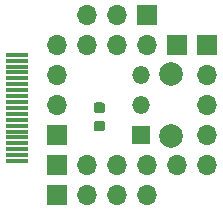
<source format=gbr>
%TF.GenerationSoftware,KiCad,Pcbnew,5.1.8*%
%TF.CreationDate,2020-11-15T21:26:51-08:00*%
%TF.ProjectId,teensy-toslink-receiver,7465656e-7379-42d7-946f-736c696e6b2d,rev?*%
%TF.SameCoordinates,Original*%
%TF.FileFunction,Soldermask,Top*%
%TF.FilePolarity,Negative*%
%FSLAX46Y46*%
G04 Gerber Fmt 4.6, Leading zero omitted, Abs format (unit mm)*
G04 Created by KiCad (PCBNEW 5.1.8) date 2020-11-15 21:26:51*
%MOMM*%
%LPD*%
G01*
G04 APERTURE LIST*
%ADD10R,1.500000X1.500000*%
%ADD11O,1.500000X1.500000*%
%ADD12C,2.000000*%
%ADD13R,1.900000X0.300000*%
%ADD14O,1.700000X1.700000*%
%ADD15R,1.700000X1.700000*%
G04 APERTURE END LIST*
D10*
%TO.C,U1*%
X151892000Y-76200000D03*
D11*
X151892000Y-73660000D03*
X151892000Y-71120000D03*
D12*
X154432000Y-76280000D03*
X154432000Y-71040000D03*
%TD*%
D13*
%TO.C,J7*%
X141323000Y-78410000D03*
X141323000Y-77910000D03*
X141323000Y-77410000D03*
X141323000Y-76910000D03*
X141323000Y-76410000D03*
X141323000Y-75910000D03*
X141323000Y-75410000D03*
X141323000Y-74910000D03*
X141323000Y-74410000D03*
X141323000Y-73910000D03*
X141323000Y-73410000D03*
X141323000Y-72910000D03*
X141323000Y-72410000D03*
X141323000Y-71910000D03*
X141323000Y-71410000D03*
X141323000Y-70910000D03*
X141323000Y-70410000D03*
X141323000Y-69910000D03*
X141323000Y-69410000D03*
%TD*%
D14*
%TO.C,J6*%
X152400000Y-81280000D03*
X149860000Y-81280000D03*
X147320000Y-81280000D03*
D15*
X144780000Y-81280000D03*
%TD*%
D14*
%TO.C,J5*%
X144780000Y-71120000D03*
X144780000Y-73660000D03*
D15*
X144780000Y-76200000D03*
%TD*%
D14*
%TO.C,J4*%
X157480000Y-78740000D03*
X157480000Y-76200000D03*
X157480000Y-73660000D03*
X157480000Y-71120000D03*
D15*
X157480000Y-68580000D03*
%TD*%
D14*
%TO.C,J3*%
X154940000Y-78740000D03*
X152400000Y-78740000D03*
X149860000Y-78740000D03*
X147320000Y-78740000D03*
D15*
X144780000Y-78740000D03*
%TD*%
D14*
%TO.C,J2*%
X144780000Y-68580000D03*
X147320000Y-68580000D03*
X149860000Y-68580000D03*
X152400000Y-68580000D03*
D15*
X154940000Y-68580000D03*
%TD*%
D14*
%TO.C,J1*%
X147320000Y-66040000D03*
X149860000Y-66040000D03*
D15*
X152400000Y-66040000D03*
%TD*%
%TO.C,C1*%
G36*
G01*
X148586000Y-74351000D02*
X148086000Y-74351000D01*
G75*
G02*
X147861000Y-74126000I0J225000D01*
G01*
X147861000Y-73676000D01*
G75*
G02*
X148086000Y-73451000I225000J0D01*
G01*
X148586000Y-73451000D01*
G75*
G02*
X148811000Y-73676000I0J-225000D01*
G01*
X148811000Y-74126000D01*
G75*
G02*
X148586000Y-74351000I-225000J0D01*
G01*
G37*
G36*
G01*
X148586000Y-75901000D02*
X148086000Y-75901000D01*
G75*
G02*
X147861000Y-75676000I0J225000D01*
G01*
X147861000Y-75226000D01*
G75*
G02*
X148086000Y-75001000I225000J0D01*
G01*
X148586000Y-75001000D01*
G75*
G02*
X148811000Y-75226000I0J-225000D01*
G01*
X148811000Y-75676000D01*
G75*
G02*
X148586000Y-75901000I-225000J0D01*
G01*
G37*
%TD*%
M02*

</source>
